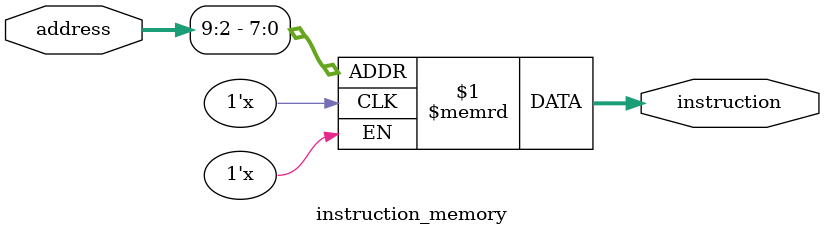
<source format=v>
module instruction_memory (address, instruction);

input   [31:0] address;
output [31:0] instruction;
reg [31:0] instruction_memory [255:0];

assign instruction = instruction_memory[address[9:2]];

endmodule
</source>
